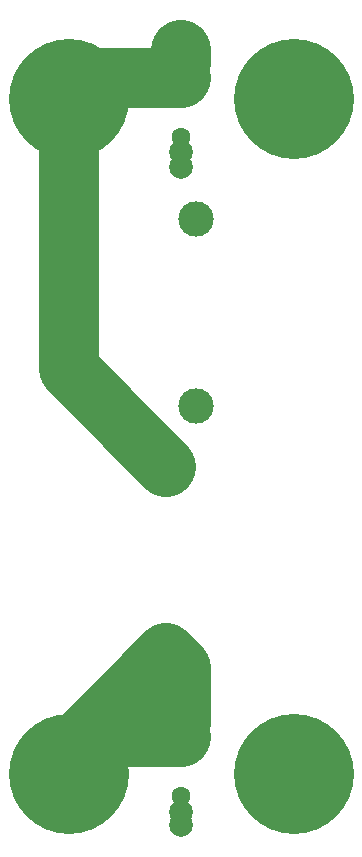
<source format=gbr>
G04 #@! TF.GenerationSoftware,KiCad,Pcbnew,5.0.2-bee76a0~70~ubuntu16.04.1*
G04 #@! TF.CreationDate,2021-05-01T11:56:51-07:00*
G04 #@! TF.ProjectId,matching-network-modules,6d617463-6869-46e6-972d-6e6574776f72,rev?*
G04 #@! TF.SameCoordinates,Original*
G04 #@! TF.FileFunction,Copper,L1,Top*
G04 #@! TF.FilePolarity,Positive*
%FSLAX46Y46*%
G04 Gerber Fmt 4.6, Leading zero omitted, Abs format (unit mm)*
G04 Created by KiCad (PCBNEW 5.0.2-bee76a0~70~ubuntu16.04.1) date Sat 01 May 2021 11:56:51 AM PDT*
%MOMM*%
%LPD*%
G01*
G04 APERTURE LIST*
G04 #@! TA.AperFunction,ComponentPad*
%ADD10C,1.600000*%
G04 #@! TD*
G04 #@! TA.AperFunction,ComponentPad*
%ADD11C,2.000000*%
G04 #@! TD*
G04 #@! TA.AperFunction,ComponentPad*
%ADD12C,3.000000*%
G04 #@! TD*
G04 #@! TA.AperFunction,ComponentPad*
%ADD13C,10.160000*%
G04 #@! TD*
G04 #@! TA.AperFunction,Conductor*
%ADD14C,3.810000*%
G04 #@! TD*
G04 #@! TA.AperFunction,Conductor*
%ADD15C,5.080000*%
G04 #@! TD*
G04 APERTURE END LIST*
D10*
G04 #@! TO.P,C1,2*
G04 #@! TO.N,Net-(C1-Pad2)*
X127000000Y-82550000D03*
G04 #@! TO.P,C1,1*
G04 #@! TO.N,Net-(C1-Pad1)*
X127000000Y-77550000D03*
G04 #@! TD*
D11*
G04 #@! TO.P,C2,1*
G04 #@! TO.N,Net-(C1-Pad1)*
X127000000Y-76320000D03*
G04 #@! TO.P,C2,2*
G04 #@! TO.N,Net-(C1-Pad2)*
X127000000Y-83820000D03*
G04 #@! TD*
G04 #@! TO.P,C3,1*
G04 #@! TO.N,Net-(C1-Pad1)*
X127000000Y-75090000D03*
G04 #@! TO.P,C3,2*
G04 #@! TO.N,Net-(C1-Pad2)*
X127000000Y-85090000D03*
G04 #@! TD*
D10*
G04 #@! TO.P,C4,1*
G04 #@! TO.N,Out+*
X127000000Y-133350000D03*
G04 #@! TO.P,C4,2*
G04 #@! TO.N,Out-*
X127000000Y-138350000D03*
G04 #@! TD*
D11*
G04 #@! TO.P,C5,2*
G04 #@! TO.N,Out-*
X127000000Y-139700000D03*
G04 #@! TO.P,C5,1*
G04 #@! TO.N,Out+*
X127000000Y-132200000D03*
G04 #@! TD*
G04 #@! TO.P,C6,2*
G04 #@! TO.N,Out-*
X127000000Y-140810000D03*
G04 #@! TO.P,C6,1*
G04 #@! TO.N,Out+*
X127000000Y-130810000D03*
G04 #@! TD*
D12*
G04 #@! TO.P,L1,1*
G04 #@! TO.N,Net-(C1-Pad1)*
X125730000Y-110490000D03*
G04 #@! TO.P,L1,2*
G04 #@! TO.N,Out+*
X125730000Y-126290000D03*
G04 #@! TD*
G04 #@! TO.P,L2,2*
G04 #@! TO.N,Out-*
X128270000Y-105335000D03*
G04 #@! TO.P,L2,1*
G04 #@! TO.N,Net-(C1-Pad2)*
X128270000Y-89535000D03*
G04 #@! TD*
D13*
G04 #@! TO.P,J1,1*
G04 #@! TO.N,Net-(C1-Pad1)*
X117475000Y-79375000D03*
G04 #@! TO.P,J1,2*
G04 #@! TO.N,Net-(C1-Pad2)*
X136525000Y-79375000D03*
G04 #@! TO.P,J1,3*
G04 #@! TO.N,Out+*
X117475000Y-136525000D03*
G04 #@! TO.P,J1,4*
G04 #@! TO.N,Out-*
X136525000Y-136525000D03*
G04 #@! TD*
D14*
G04 #@! TO.N,Net-(C1-Pad2)*
X136525000Y-81280000D02*
X136525000Y-79375000D01*
X134620000Y-77470000D02*
X136525000Y-79375000D01*
D15*
G04 #@! TO.N,Net-(C1-Pad1)*
X117475000Y-102235000D02*
X125730000Y-110490000D01*
X117475000Y-79375000D02*
X117475000Y-102235000D01*
X127000000Y-76320000D02*
X127000000Y-75205010D01*
D14*
X127000000Y-76320000D02*
X127000000Y-77550000D01*
X119300000Y-77550000D02*
X117475000Y-79375000D01*
D15*
X127000000Y-77550000D02*
X119300000Y-77550000D01*
G04 #@! TO.N,Out+*
X125730000Y-126290000D02*
X121285000Y-130735000D01*
X117475000Y-134545000D02*
X121285000Y-130735000D01*
D14*
X117475000Y-136525000D02*
X117475000Y-134545000D01*
X127000000Y-133350000D02*
X127000000Y-132200000D01*
D15*
X127000000Y-132200000D02*
X127000000Y-130810000D01*
D14*
X120650000Y-133350000D02*
X117475000Y-136525000D01*
D15*
X127000000Y-133350000D02*
X120650000Y-133350000D01*
X127000000Y-127560000D02*
X125730000Y-126290000D01*
X127000000Y-130810000D02*
X127000000Y-127560000D01*
G04 #@! TD*
M02*

</source>
